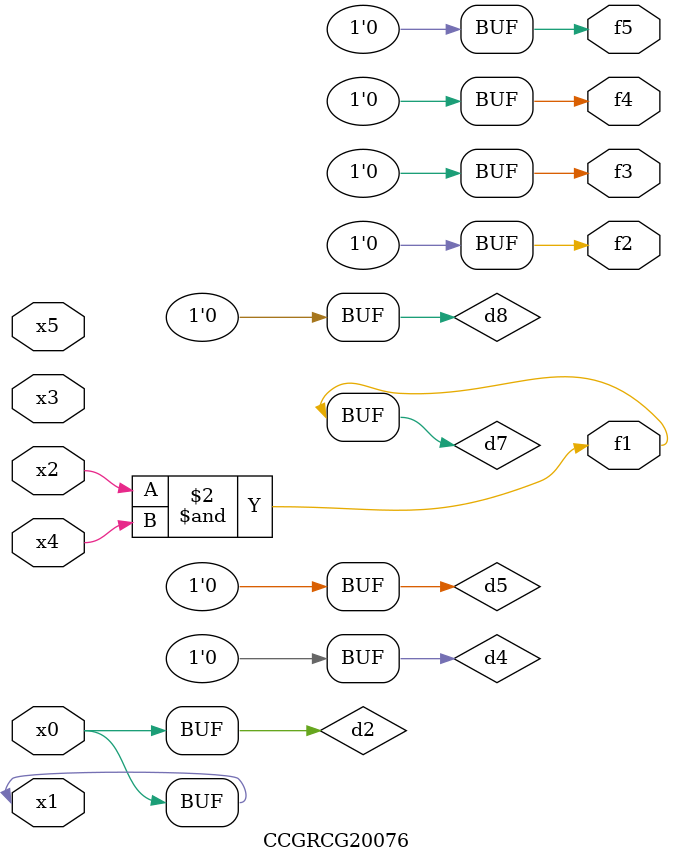
<source format=v>
module CCGRCG20076(
	input x0, x1, x2, x3, x4, x5,
	output f1, f2, f3, f4, f5
);

	wire d1, d2, d3, d4, d5, d6, d7, d8, d9;

	nand (d1, x1);
	buf (d2, x0, x1);
	nand (d3, x2, x4);
	and (d4, d1, d2);
	and (d5, d1, d2);
	nand (d6, d1, d3);
	not (d7, d3);
	xor (d8, d5);
	nor (d9, d5, d6);
	assign f1 = d7;
	assign f2 = d8;
	assign f3 = d8;
	assign f4 = d8;
	assign f5 = d8;
endmodule

</source>
